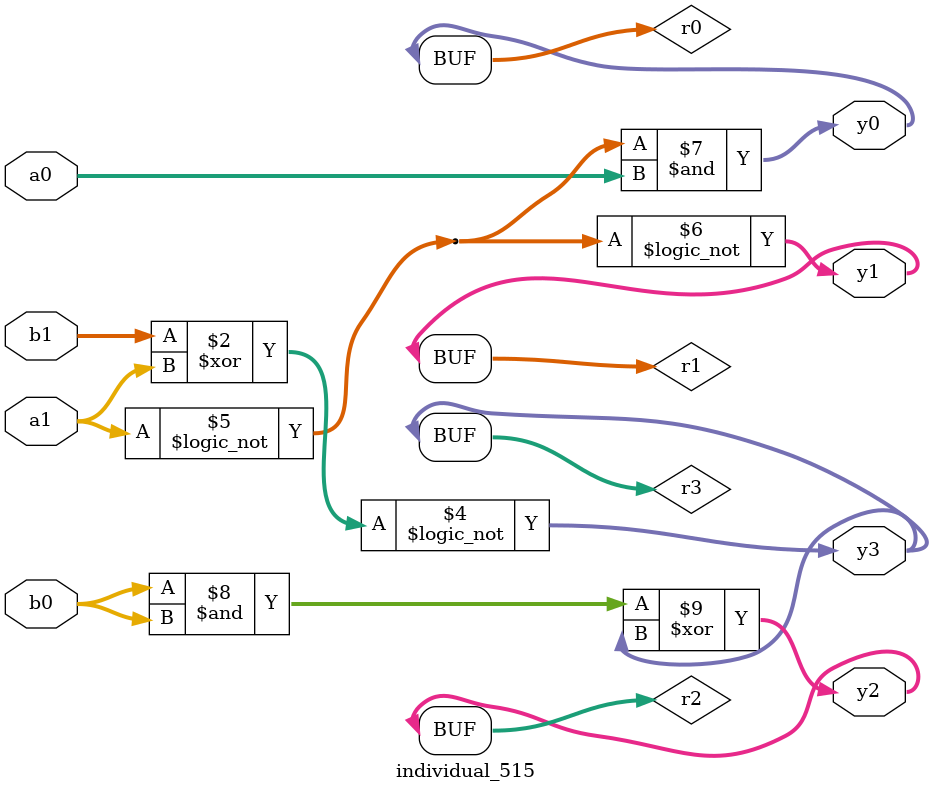
<source format=sv>
module individual_515(input logic [15:0] a1, input logic [15:0] a0, input logic [15:0] b1, input logic [15:0] b0, output logic [15:0] y3, output logic [15:0] y2, output logic [15:0] y1, output logic [15:0] y0);
logic [15:0] r0, r1, r2, r3; 
 always@(*) begin 
	 r0 = a0; r1 = a1; r2 = b0; r3 = b1; 
 	 r3  ^=  r1 ;
 	 r0  &=  b0 ;
 	 r3 = ! r3 ;
 	 r0 = ! a1 ;
 	 r1 = ! r0 ;
 	 r0  &=  a0 ;
 	 r2  &=  b0 ;
 	 r2  ^=  r3 ;
 	 y3 = r3; y2 = r2; y1 = r1; y0 = r0; 
end
endmodule
</source>
